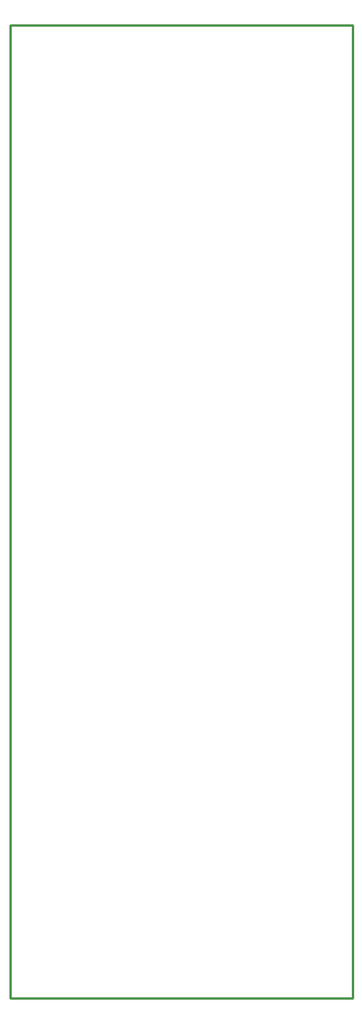
<source format=gko>
G04 Layer: BoardOutlineLayer*
G04 EasyEDA v6.5.22, 2023-04-13 12:14:21*
G04 8c6dcb5ec9fe4ba2bbc49dbc1e847b49,f016fa541b524367aba1ea0f7d3472e8,10*
G04 Gerber Generator version 0.2*
G04 Scale: 100 percent, Rotated: No, Reflected: No *
G04 Dimensions in millimeters *
G04 leading zeros omitted , absolute positions ,4 integer and 5 decimal *
%FSLAX45Y45*%
%MOMM*%

%ADD10C,0.2540*%
D10*
X0Y10499979D02*
G01*
X3699992Y10499979D01*
X3699992Y0D01*
X0Y0D01*
X0Y10499979D01*

%LPD*%
M02*

</source>
